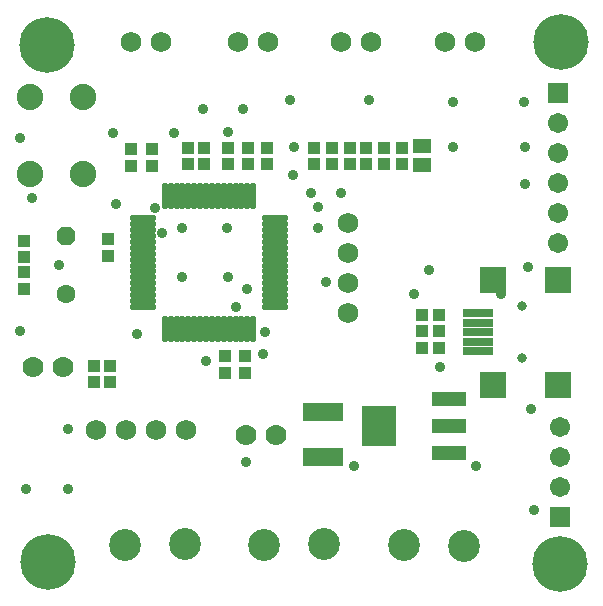
<source format=gts>
%FSLAX24Y24*%
%MOMM*%
%SFA1B1*%

%IPPOS*%
%AMD40*
4,1,8,0.802640,0.332740,0.332740,0.802640,-0.332740,0.802640,-0.802640,0.332740,-0.802640,-0.332740,-0.332740,-0.802640,0.332740,-0.802640,0.802640,-0.332740,0.802640,0.332740,0.0*
%
%ADD25O,0.503174X2.303272*%
%ADD26O,2.303272X0.503174*%
%ADD27R,1.103122X1.003300*%
%ADD28R,1.003300X1.103122*%
%ADD29R,2.203196X2.203196*%
%ADD30R,2.603246X0.703326*%
%ADD31R,1.503172X1.203198*%
%ADD32R,2.903220X1.203198*%
%ADD33R,2.903220X3.503168*%
%ADD34R,3.503168X1.603248*%
%ADD35C,2.703068*%
%ADD36C,1.727200*%
%ADD37R,1.703324X1.703324*%
%ADD38C,1.703324*%
%ADD39C,1.603248*%
G04~CAMADD=40~4~0.0~0.0~631.2~631.2~0.0~184.9~0~0.0~0.0~0.0~0.0~0~0.0~0.0~0.0~0.0~0~0.0~0.0~0.0~315.0~631.2~631.2*
%ADD40D40*%
%ADD41C,0.803148*%
%ADD42C,2.235200*%
%ADD43C,1.778000*%
%ADD44C,0.903224*%
%ADD45C,4.703318*%
%LNpcb_cloud_controller-1*%
%LPD*%
G54D25*
X1070193Y958715D03*
X1075194D03*
X1080193D03*
X1085194D03*
X1090193D03*
X1095194D03*
X1100193D03*
X1105194D03*
X1110193D03*
X1115194D03*
X1120193D03*
X1125194D03*
X1130193D03*
X1135194D03*
X1140193D03*
X1145194D03*
Y846716D03*
X1140193D03*
X1135194D03*
X1130193D03*
X1125194D03*
X1120193D03*
X1115194D03*
X1110193D03*
X1105194D03*
X1100193D03*
X1095194D03*
X1090193D03*
X1085194D03*
X1080193D03*
X1075194D03*
X1070193D03*
G54D26*
X1163693Y940216D03*
Y935215D03*
Y930216D03*
Y925215D03*
Y920216D03*
Y915215D03*
Y910216D03*
Y905215D03*
Y900216D03*
Y895215D03*
Y890216D03*
Y885215D03*
Y880216D03*
Y875215D03*
Y870216D03*
Y865215D03*
X1051694D03*
Y870216D03*
Y875215D03*
Y880216D03*
Y885215D03*
Y890216D03*
Y895215D03*
Y900216D03*
Y905215D03*
Y910216D03*
Y915215D03*
Y920216D03*
Y925215D03*
Y930216D03*
Y935215D03*
Y940216D03*
G54D27*
X1121410Y809609D03*
Y823610D03*
X1089660Y986139D03*
Y1000140D03*
X951230Y921400D03*
Y907399D03*
X1022350Y908669D03*
Y922670D03*
X951230Y894730D03*
Y880729D03*
X1059180Y984869D03*
Y998870D03*
X1041400Y984869D03*
Y998870D03*
X1271270Y1000140D03*
Y986139D03*
X1256030Y1000140D03*
Y986139D03*
X1240790Y1000140D03*
Y986139D03*
X1226820Y1000140D03*
Y986139D03*
X1211580Y1000140D03*
Y986139D03*
X1196340Y1000140D03*
Y986139D03*
X1137920Y809609D03*
Y823610D03*
X1140460Y1000140D03*
Y986139D03*
X1156970Y1000140D03*
Y986139D03*
X1103630Y1000140D03*
Y986139D03*
X1123950Y1000140D03*
Y986139D03*
G54D28*
X1024270Y801370D03*
X1010269D03*
X1288399Y830580D03*
X1302400D03*
X1288399Y844550D03*
X1302400D03*
X1288369Y858469D03*
X1302369D03*
X1024270Y815340D03*
X1010269D03*
G54D29*
X1402869Y888189D03*
Y799190D03*
X1347868D03*
Y888189D03*
G54D30*
X1335369Y827689D03*
Y835690D03*
Y843688D03*
Y851689D03*
Y859688D03*
G54D31*
X1287780Y985139D03*
Y1001141D03*
G54D32*
X1310929Y741540D03*
Y764540D03*
Y787539D03*
G54D33*
X1251930Y764540D03*
G54D34*
X1203960Y775919D03*
Y737920D03*
G54D35*
X1323340Y662940D03*
X1272590Y663600D03*
X1154480D03*
X1087120Y664210D03*
X1036370Y663600D03*
X1205230Y664210D03*
G54D36*
X1307129Y1089660D03*
X1332529D03*
X1131869D03*
X1157269D03*
X1219499D03*
X1244899D03*
X1012190Y760730D03*
X1037590D03*
X1062990D03*
X1088390D03*
X1225550Y859790D03*
Y885190D03*
Y910590D03*
Y935990D03*
X1041699Y1089660D03*
X1067099D03*
G54D37*
X1403350Y1046480D03*
X1404620Y687070D03*
G54D38*
X1403350Y1021080D03*
Y995680D03*
Y970280D03*
Y944880D03*
Y919480D03*
X1404620Y763270D03*
Y737870D03*
Y712470D03*
G54D39*
X986790Y876030D03*
G54D40*
X986790Y924829D03*
G54D41*
X1372870Y865687D03*
Y821690D03*
G54D42*
X956310Y1042670D03*
X1001268D03*
Y977646D03*
X956310D03*
G54D43*
X958850Y814070D03*
X984250D03*
X1139190Y756920D03*
X1164590D03*
G54D44*
X1130554Y864870D03*
X1154684Y844296D03*
X1139952Y880110D03*
X1068070Y927862D03*
X1200150Y932180D03*
X1206500Y886460D03*
X1281430Y876300D03*
X1061720Y948690D03*
X1200150Y949960D03*
X1028700Y952500D03*
X1178560Y976630D03*
X1102360Y1032510D03*
X1136650D03*
X1123950Y1013460D03*
X1104900Y819150D03*
X988060Y711200D03*
X952500D03*
X1374140Y1038860D03*
X1243330Y1040130D03*
X1176020D03*
X1314450Y1038860D03*
X1078230Y1012190D03*
X988060Y762000D03*
X980440Y900430D03*
X947420Y844550D03*
X957580Y957580D03*
X1026160Y1012190D03*
X947420Y1008380D03*
X1046480Y842010D03*
X1123950Y890270D03*
X1084580D03*
Y932180D03*
X1122680D03*
X1153414Y825246D03*
X1139190Y734060D03*
X1230630Y730250D03*
X1333500D03*
X1303020Y814070D03*
X1380490Y778510D03*
X1383030Y693420D03*
X1355090Y876300D03*
X1377950Y899160D03*
X1314450Y1000760D03*
X1179830D03*
X1375410D03*
Y969010D03*
X1193800Y961390D03*
X1219200D03*
X1294130Y896620D03*
G54D45*
X1404620Y647700D03*
X971550Y648970D03*
X970280Y1087120D03*
X1405890Y1089660D03*
M02*
</source>
